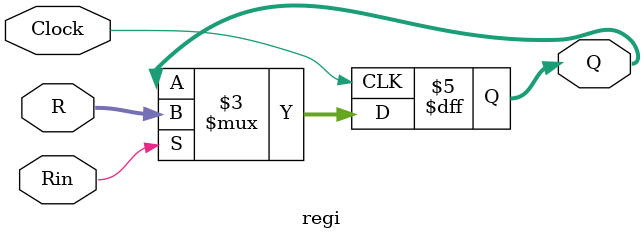
<source format=v>
module regn
	(
		input [15:0] R,
		input	Rin,
		input Clock,
    
		output reg [15:0]Q
	);

	initial begin
		Q = 16'b0000000000000010;
	end

	always @(posedge Clock) begin
		if(Rin) begin
			Q <= R;
		end
	end
endmodule

module regi
	(
		input [8:0] R,
		input	Rin,
		input Clock,
		
		output reg [8:0]Q
	);

	initial begin
		Q = 9'b0;
	end

	always @(posedge Clock) begin
		if(Rin) begin
			Q <= R;
		end
	end
endmodule

</source>
